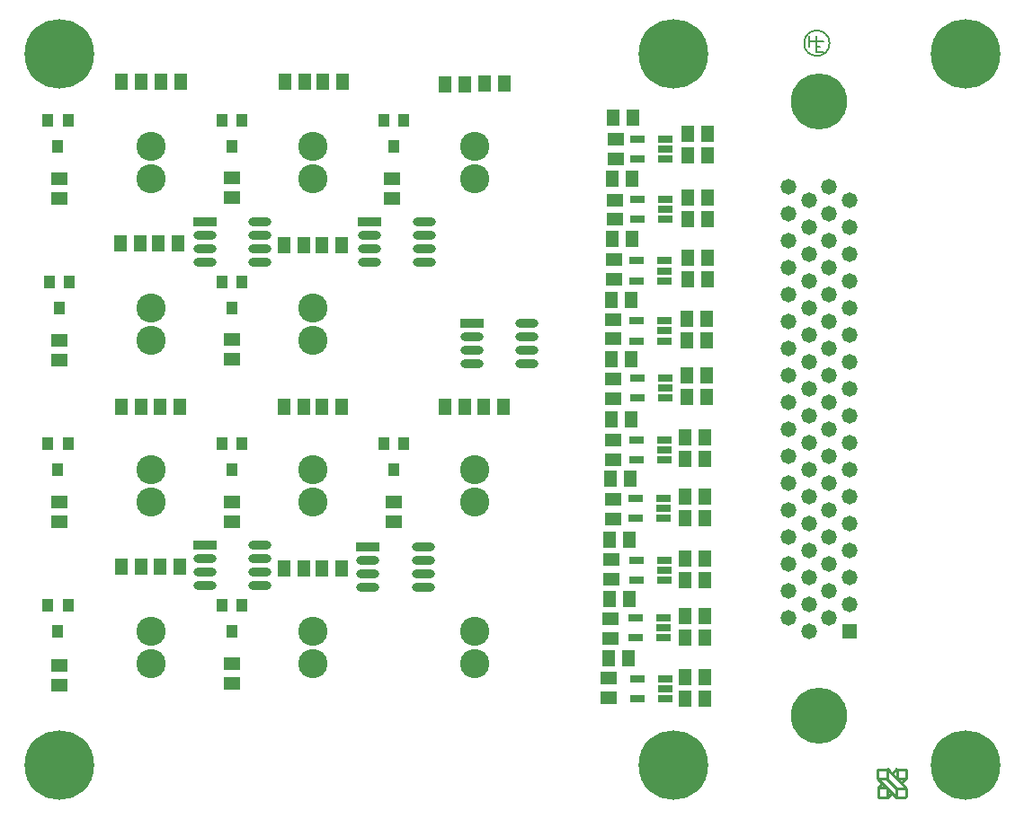
<source format=gts>
G04 Layer_Color=8388736*
%FSLAX25Y25*%
%MOIN*%
G70*
G01*
G75*
%ADD10C,0.00800*%
%ADD18C,0.01000*%
%ADD33R,0.05721X0.02768*%
%ADD34O,0.08600X0.03200*%
%ADD35R,0.08600X0.03200*%
%ADD36R,0.06312X0.04540*%
%ADD37R,0.04540X0.06312*%
%ADD38R,0.04343X0.04540*%
%ADD39R,0.04343X0.04540*%
%ADD40C,0.25800*%
%ADD41C,0.10800*%
%ADD42C,0.05800*%
%ADD43R,0.05800X0.05800*%
%ADD44C,0.20800*%
D10*
X301601Y283500D02*
G03*
X301601Y283500I-4701J0D01*
G01*
X299466Y284299D02*
X296800D01*
Y280300D01*
X299466D01*
X296800Y282299D02*
X298133D01*
X294200Y286299D02*
Y282300D01*
Y284299D01*
X296866D01*
Y286299D01*
Y282300D01*
D18*
X322950Y14050D02*
X330000Y7000D01*
Y3800D02*
Y7000D01*
X326500Y3600D02*
X329800D01*
X326500D02*
Y7000D01*
X330000D01*
X319400Y14000D02*
X322900D01*
X319400Y10600D02*
X322700D01*
X322900Y10800D02*
Y14000D01*
X319400Y10600D02*
X326450Y3550D01*
X319400Y10600D02*
Y14000D01*
X322750Y10650D02*
X326450Y6950D01*
X319600Y3600D02*
X323000D01*
X319600Y7100D02*
X322800D01*
X323000Y3600D02*
Y6900D01*
X319600Y3600D02*
Y7100D01*
X326600Y10500D02*
Y14000D01*
Y10500D02*
X330000D01*
Y13800D01*
X326600Y14000D02*
X329800D01*
X319600Y7100D02*
X321200Y8700D01*
X323000Y3600D02*
X324700Y5300D01*
X324800Y12300D02*
X326550Y14050D01*
X328200Y8800D02*
X329950Y10550D01*
D33*
X230185Y91540D02*
D03*
Y84060D02*
D03*
X240500Y91540D02*
D03*
Y87800D02*
D03*
Y84060D02*
D03*
X229985Y136340D02*
D03*
Y128860D02*
D03*
X240300Y136340D02*
D03*
Y132600D02*
D03*
Y128860D02*
D03*
X230085Y180440D02*
D03*
Y172960D02*
D03*
X240400Y180440D02*
D03*
Y176700D02*
D03*
Y172960D02*
D03*
X230442Y225680D02*
D03*
Y218200D02*
D03*
X240757Y225680D02*
D03*
Y221940D02*
D03*
Y218200D02*
D03*
X229885Y70240D02*
D03*
Y62760D02*
D03*
X240200Y70240D02*
D03*
Y66500D02*
D03*
Y62760D02*
D03*
X229800Y114680D02*
D03*
Y107200D02*
D03*
X240115Y114680D02*
D03*
Y110940D02*
D03*
Y107200D02*
D03*
X230385Y159240D02*
D03*
Y151760D02*
D03*
X240700Y159240D02*
D03*
Y155500D02*
D03*
Y151760D02*
D03*
X229985Y202700D02*
D03*
Y195220D02*
D03*
X240300Y202700D02*
D03*
Y198960D02*
D03*
Y195220D02*
D03*
X230485Y247940D02*
D03*
Y240460D02*
D03*
X240800Y247940D02*
D03*
Y244200D02*
D03*
Y240460D02*
D03*
X230285Y47540D02*
D03*
Y40060D02*
D03*
X240600Y47540D02*
D03*
Y43800D02*
D03*
Y40060D02*
D03*
D34*
X151000Y81600D02*
D03*
Y86600D02*
D03*
Y91600D02*
D03*
Y96600D02*
D03*
X130500Y81600D02*
D03*
Y86600D02*
D03*
Y91600D02*
D03*
X151500Y202100D02*
D03*
Y207100D02*
D03*
Y212100D02*
D03*
Y217100D02*
D03*
X131000Y202100D02*
D03*
Y207100D02*
D03*
Y212100D02*
D03*
X90500Y82100D02*
D03*
Y87100D02*
D03*
Y92100D02*
D03*
Y97100D02*
D03*
X70000Y82100D02*
D03*
Y87100D02*
D03*
Y92100D02*
D03*
X90500Y202100D02*
D03*
Y207100D02*
D03*
Y212100D02*
D03*
Y217100D02*
D03*
X70000Y202100D02*
D03*
Y207100D02*
D03*
Y212100D02*
D03*
X189500Y164600D02*
D03*
Y169600D02*
D03*
Y174600D02*
D03*
Y179600D02*
D03*
X169000Y164600D02*
D03*
Y169600D02*
D03*
Y174600D02*
D03*
D35*
X130500Y96600D02*
D03*
X131000Y217100D02*
D03*
X70000Y97100D02*
D03*
Y217100D02*
D03*
X169000Y179600D02*
D03*
D36*
X80000Y53242D02*
D03*
Y45958D02*
D03*
Y173383D02*
D03*
Y166100D02*
D03*
X16000Y52600D02*
D03*
Y45316D02*
D03*
Y173100D02*
D03*
Y165816D02*
D03*
X139500Y233242D02*
D03*
Y225958D02*
D03*
X80000Y113242D02*
D03*
Y105958D02*
D03*
Y233383D02*
D03*
Y226100D02*
D03*
X16000Y113100D02*
D03*
Y105816D02*
D03*
Y233242D02*
D03*
Y225958D02*
D03*
X219800Y40558D02*
D03*
Y47842D02*
D03*
X220800Y84417D02*
D03*
Y91700D02*
D03*
X221300Y128917D02*
D03*
Y136200D02*
D03*
Y180983D02*
D03*
Y173700D02*
D03*
X221942Y218058D02*
D03*
Y225342D02*
D03*
X220300Y62558D02*
D03*
Y69842D02*
D03*
X221300Y106916D02*
D03*
Y114200D02*
D03*
Y151417D02*
D03*
Y158700D02*
D03*
X221800Y195916D02*
D03*
Y203200D02*
D03*
X222300Y240558D02*
D03*
Y247842D02*
D03*
X140000Y113100D02*
D03*
Y105816D02*
D03*
D37*
X166500Y148600D02*
D03*
X159216D02*
D03*
X106642Y88600D02*
D03*
X99358D02*
D03*
X106642Y208600D02*
D03*
X99358D02*
D03*
X46500Y89100D02*
D03*
X39217D02*
D03*
X46000Y209100D02*
D03*
X38717D02*
D03*
X255442Y40200D02*
D03*
X248158D02*
D03*
X255442Y84200D02*
D03*
X248158D02*
D03*
X255442Y129200D02*
D03*
X248158D02*
D03*
X255942Y173200D02*
D03*
X248658D02*
D03*
X256442Y218200D02*
D03*
X249158D02*
D03*
X166284Y268100D02*
D03*
X159000D02*
D03*
X106642Y148600D02*
D03*
X99358D02*
D03*
X107000Y269100D02*
D03*
X99717D02*
D03*
X46500Y148600D02*
D03*
X39217D02*
D03*
X46500Y269100D02*
D03*
X39217D02*
D03*
X255442Y62700D02*
D03*
X248158D02*
D03*
X255300Y107200D02*
D03*
X248017D02*
D03*
X255942Y152200D02*
D03*
X248658D02*
D03*
X256442Y195700D02*
D03*
X249158D02*
D03*
X256300Y241700D02*
D03*
X249016D02*
D03*
X255300Y92200D02*
D03*
X248017D02*
D03*
X255442Y137200D02*
D03*
X248158D02*
D03*
X255942Y181200D02*
D03*
X248658D02*
D03*
X256442Y226200D02*
D03*
X249158D02*
D03*
X227442Y99200D02*
D03*
X220158D02*
D03*
X227942Y143700D02*
D03*
X220658D02*
D03*
X227942Y188200D02*
D03*
X220658D02*
D03*
X228442Y233200D02*
D03*
X221158D02*
D03*
X173358Y148600D02*
D03*
X180642D02*
D03*
X113358Y88600D02*
D03*
X120642D02*
D03*
X113358Y208600D02*
D03*
X120642D02*
D03*
X53358Y89100D02*
D03*
X60642D02*
D03*
X52858Y209100D02*
D03*
X60142D02*
D03*
X226942Y55200D02*
D03*
X219658D02*
D03*
X255442Y70700D02*
D03*
X248158D02*
D03*
X255442Y115200D02*
D03*
X248158D02*
D03*
X255942Y160200D02*
D03*
X248658D02*
D03*
X256300Y203700D02*
D03*
X249016D02*
D03*
X256442Y249700D02*
D03*
X249158D02*
D03*
X227442Y77200D02*
D03*
X220158D02*
D03*
X227584Y121700D02*
D03*
X220300D02*
D03*
X227942Y166200D02*
D03*
X220658D02*
D03*
X228442Y210700D02*
D03*
X221158D02*
D03*
X228800Y255700D02*
D03*
X221516D02*
D03*
X173716Y268600D02*
D03*
X181000D02*
D03*
X113500Y148600D02*
D03*
X120783D02*
D03*
X113716Y269100D02*
D03*
X121000D02*
D03*
X53358Y148600D02*
D03*
X60642D02*
D03*
X53716Y269100D02*
D03*
X61000D02*
D03*
X255442Y48200D02*
D03*
X248158D02*
D03*
D38*
X80000Y65179D02*
D03*
X83740Y75021D02*
D03*
X80000Y185179D02*
D03*
X83740Y195021D02*
D03*
X15500Y65179D02*
D03*
X19240Y75021D02*
D03*
X16000Y185179D02*
D03*
X19740Y195021D02*
D03*
X140000Y245179D02*
D03*
X143740Y255021D02*
D03*
X80000Y125179D02*
D03*
X83740Y135021D02*
D03*
X80000Y245100D02*
D03*
X83740Y254942D02*
D03*
X15500Y125179D02*
D03*
X19240Y135021D02*
D03*
X15500Y245179D02*
D03*
X19240Y255021D02*
D03*
X140000Y125179D02*
D03*
X143740Y135021D02*
D03*
D39*
X76260Y75021D02*
D03*
Y195021D02*
D03*
X11760Y75021D02*
D03*
X12260Y195021D02*
D03*
X136260Y255021D02*
D03*
X76260Y135021D02*
D03*
Y254942D02*
D03*
X11760Y135021D02*
D03*
Y255021D02*
D03*
X136260Y135021D02*
D03*
D40*
X351992Y15673D02*
D03*
Y279453D02*
D03*
X16000Y279600D02*
D03*
X243626Y279453D02*
D03*
X16000Y15673D02*
D03*
X243626D02*
D03*
D41*
X170000Y113100D02*
D03*
Y125100D02*
D03*
Y245100D02*
D03*
Y233100D02*
D03*
X110000Y53100D02*
D03*
Y65100D02*
D03*
Y125100D02*
D03*
Y113100D02*
D03*
Y173100D02*
D03*
Y185100D02*
D03*
Y245100D02*
D03*
Y233100D02*
D03*
X50000Y53100D02*
D03*
Y65100D02*
D03*
Y125100D02*
D03*
Y113100D02*
D03*
Y173100D02*
D03*
Y185100D02*
D03*
Y245100D02*
D03*
Y233100D02*
D03*
X170000Y65100D02*
D03*
Y53100D02*
D03*
D42*
X301500Y70200D02*
D03*
X309000Y75200D02*
D03*
X301500Y80200D02*
D03*
X309000Y85200D02*
D03*
X301500Y90200D02*
D03*
X309000Y95200D02*
D03*
X301500Y100200D02*
D03*
X309000Y105200D02*
D03*
X301500Y110200D02*
D03*
X309000Y115200D02*
D03*
X301500Y120200D02*
D03*
X309000Y125200D02*
D03*
X301500Y130200D02*
D03*
X309000Y135200D02*
D03*
X301500Y140200D02*
D03*
X309000Y145200D02*
D03*
X301500Y150200D02*
D03*
X309000Y155200D02*
D03*
X301500Y160200D02*
D03*
X309000Y165200D02*
D03*
X301500Y170200D02*
D03*
X309000Y175200D02*
D03*
X301500Y180200D02*
D03*
X309000Y185200D02*
D03*
X301500Y190200D02*
D03*
X309000Y195200D02*
D03*
X301500Y200200D02*
D03*
X309000Y205200D02*
D03*
X301500Y210200D02*
D03*
X309000Y215200D02*
D03*
X301500Y220200D02*
D03*
X309000Y225200D02*
D03*
X301500Y230200D02*
D03*
X294000Y65200D02*
D03*
X286500Y70200D02*
D03*
X294000Y75200D02*
D03*
X286500Y80200D02*
D03*
X294000Y85200D02*
D03*
X286500Y90200D02*
D03*
X294000Y95200D02*
D03*
X286500Y100200D02*
D03*
X294000Y105200D02*
D03*
X286500Y110200D02*
D03*
X294000Y115200D02*
D03*
X286500Y120200D02*
D03*
X294000Y125200D02*
D03*
X286500Y130200D02*
D03*
X294000Y135200D02*
D03*
X286500Y140200D02*
D03*
X294000Y145200D02*
D03*
X286500Y150200D02*
D03*
X294000Y155200D02*
D03*
X286500Y160200D02*
D03*
X294000Y165200D02*
D03*
X286500Y170200D02*
D03*
X294000Y175200D02*
D03*
X286500Y180200D02*
D03*
X294000Y185200D02*
D03*
X286500Y190200D02*
D03*
X294000Y195200D02*
D03*
X286500Y200200D02*
D03*
X294000Y205200D02*
D03*
X286500Y210200D02*
D03*
X294000Y215200D02*
D03*
X286500Y220200D02*
D03*
X294000Y225200D02*
D03*
X286500Y230200D02*
D03*
D43*
X309000Y65200D02*
D03*
D44*
X297800Y33700D02*
D03*
Y261700D02*
D03*
M02*

</source>
